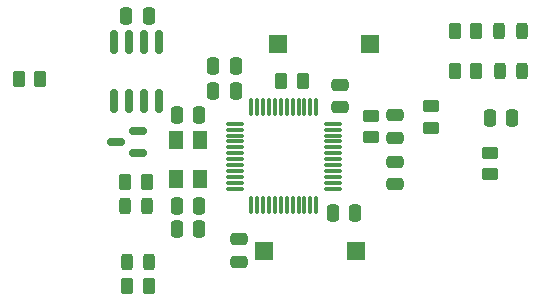
<source format=gbr>
%TF.GenerationSoftware,KiCad,Pcbnew,(6.0.2)*%
%TF.CreationDate,2022-11-21T22:20:46+01:00*%
%TF.ProjectId,CANap_,43414e61-70e9-42e6-9b69-6361645f7063,rev?*%
%TF.SameCoordinates,Original*%
%TF.FileFunction,Paste,Top*%
%TF.FilePolarity,Positive*%
%FSLAX46Y46*%
G04 Gerber Fmt 4.6, Leading zero omitted, Abs format (unit mm)*
G04 Created by KiCad (PCBNEW (6.0.2)) date 2022-11-21 22:20:46*
%MOMM*%
%LPD*%
G01*
G04 APERTURE LIST*
G04 Aperture macros list*
%AMRoundRect*
0 Rectangle with rounded corners*
0 $1 Rounding radius*
0 $2 $3 $4 $5 $6 $7 $8 $9 X,Y pos of 4 corners*
0 Add a 4 corners polygon primitive as box body*
4,1,4,$2,$3,$4,$5,$6,$7,$8,$9,$2,$3,0*
0 Add four circle primitives for the rounded corners*
1,1,$1+$1,$2,$3*
1,1,$1+$1,$4,$5*
1,1,$1+$1,$6,$7*
1,1,$1+$1,$8,$9*
0 Add four rect primitives between the rounded corners*
20,1,$1+$1,$2,$3,$4,$5,0*
20,1,$1+$1,$4,$5,$6,$7,0*
20,1,$1+$1,$6,$7,$8,$9,0*
20,1,$1+$1,$8,$9,$2,$3,0*%
G04 Aperture macros list end*
%ADD10RoundRect,0.250000X0.262500X0.450000X-0.262500X0.450000X-0.262500X-0.450000X0.262500X-0.450000X0*%
%ADD11RoundRect,0.250000X-0.450000X0.262500X-0.450000X-0.262500X0.450000X-0.262500X0.450000X0.262500X0*%
%ADD12RoundRect,0.250000X-0.262500X-0.450000X0.262500X-0.450000X0.262500X0.450000X-0.262500X0.450000X0*%
%ADD13RoundRect,0.250000X0.450000X-0.262500X0.450000X0.262500X-0.450000X0.262500X-0.450000X-0.262500X0*%
%ADD14RoundRect,0.243750X-0.243750X-0.456250X0.243750X-0.456250X0.243750X0.456250X-0.243750X0.456250X0*%
%ADD15RoundRect,0.250000X-0.250000X-0.475000X0.250000X-0.475000X0.250000X0.475000X-0.250000X0.475000X0*%
%ADD16RoundRect,0.250000X0.250000X0.475000X-0.250000X0.475000X-0.250000X-0.475000X0.250000X-0.475000X0*%
%ADD17RoundRect,0.250000X-0.475000X0.250000X-0.475000X-0.250000X0.475000X-0.250000X0.475000X0.250000X0*%
%ADD18RoundRect,0.250000X0.475000X-0.250000X0.475000X0.250000X-0.475000X0.250000X-0.475000X-0.250000X0*%
%ADD19RoundRect,0.075000X-0.662500X-0.075000X0.662500X-0.075000X0.662500X0.075000X-0.662500X0.075000X0*%
%ADD20RoundRect,0.075000X-0.075000X-0.662500X0.075000X-0.662500X0.075000X0.662500X-0.075000X0.662500X0*%
%ADD21R,1.500000X1.500000*%
%ADD22RoundRect,0.150000X-0.150000X0.825000X-0.150000X-0.825000X0.150000X-0.825000X0.150000X0.825000X0*%
%ADD23RoundRect,0.150000X0.587500X0.150000X-0.587500X0.150000X-0.587500X-0.150000X0.587500X-0.150000X0*%
%ADD24R,1.300000X1.600000*%
G04 APERTURE END LIST*
D10*
%TO.C,R9*%
X155662500Y-95150000D03*
X153837500Y-95150000D03*
%TD*%
%TO.C,R8*%
X155512500Y-86400000D03*
X153687500Y-86400000D03*
%TD*%
D11*
%TO.C,R7*%
X174500000Y-80787500D03*
X174500000Y-82612500D03*
%TD*%
D10*
%TO.C,R6*%
X168712500Y-77800000D03*
X166887500Y-77800000D03*
%TD*%
D12*
%TO.C,R5*%
X181587500Y-77000000D03*
X183412500Y-77000000D03*
%TD*%
%TO.C,R4*%
X181587500Y-73600000D03*
X183412500Y-73600000D03*
%TD*%
D11*
%TO.C,R3*%
X184600000Y-83887500D03*
X184600000Y-85712500D03*
%TD*%
D13*
%TO.C,R2*%
X179600000Y-81812500D03*
X179600000Y-79987500D03*
%TD*%
D12*
%TO.C,R1*%
X144677500Y-77640000D03*
X146502500Y-77640000D03*
%TD*%
D14*
%TO.C,D5*%
X153812500Y-93150000D03*
X155687500Y-93150000D03*
%TD*%
%TO.C,D4*%
X153662500Y-88400000D03*
X155537500Y-88400000D03*
%TD*%
%TO.C,D2*%
X185392500Y-76990000D03*
X187267500Y-76990000D03*
%TD*%
%TO.C,D1*%
X185362500Y-73600000D03*
X187237500Y-73600000D03*
%TD*%
D15*
%TO.C,C14*%
X158050000Y-90400000D03*
X159950000Y-90400000D03*
%TD*%
D16*
%TO.C,C13*%
X173150000Y-89000000D03*
X171250000Y-89000000D03*
%TD*%
D17*
%TO.C,C12*%
X171900000Y-78150000D03*
X171900000Y-80050000D03*
%TD*%
%TO.C,C11*%
X163300000Y-91250000D03*
X163300000Y-93150000D03*
%TD*%
D15*
%TO.C,C10*%
X161150000Y-78700000D03*
X163050000Y-78700000D03*
%TD*%
%TO.C,C9*%
X161150000Y-76600000D03*
X163050000Y-76600000D03*
%TD*%
D16*
%TO.C,C8*%
X159950000Y-88400000D03*
X158050000Y-88400000D03*
%TD*%
D15*
%TO.C,C7*%
X158050000Y-80700000D03*
X159950000Y-80700000D03*
%TD*%
%TO.C,C6*%
X184550000Y-81000000D03*
X186450000Y-81000000D03*
%TD*%
D17*
%TO.C,C5*%
X176500000Y-84650000D03*
X176500000Y-86550000D03*
%TD*%
D16*
%TO.C,C4*%
X155650000Y-72300000D03*
X153750000Y-72300000D03*
%TD*%
D18*
%TO.C,C3*%
X176500000Y-82650000D03*
X176500000Y-80750000D03*
%TD*%
D19*
%TO.C,U3*%
X162937500Y-81450000D03*
X162937500Y-81950000D03*
X162937500Y-82450000D03*
X162937500Y-82950000D03*
X162937500Y-83450000D03*
X162937500Y-83950000D03*
X162937500Y-84450000D03*
X162937500Y-84950000D03*
X162937500Y-85450000D03*
X162937500Y-85950000D03*
X162937500Y-86450000D03*
X162937500Y-86950000D03*
D20*
X164350000Y-88362500D03*
X164850000Y-88362500D03*
X165350000Y-88362500D03*
X165850000Y-88362500D03*
X166350000Y-88362500D03*
X166850000Y-88362500D03*
X167350000Y-88362500D03*
X167850000Y-88362500D03*
X168350000Y-88362500D03*
X168850000Y-88362500D03*
X169350000Y-88362500D03*
X169850000Y-88362500D03*
D19*
X171262500Y-86950000D03*
X171262500Y-86450000D03*
X171262500Y-85950000D03*
X171262500Y-85450000D03*
X171262500Y-84950000D03*
X171262500Y-84450000D03*
X171262500Y-83950000D03*
X171262500Y-83450000D03*
X171262500Y-82950000D03*
X171262500Y-82450000D03*
X171262500Y-81950000D03*
X171262500Y-81450000D03*
D20*
X169850000Y-80037500D03*
X169350000Y-80037500D03*
X168850000Y-80037500D03*
X168350000Y-80037500D03*
X167850000Y-80037500D03*
X167350000Y-80037500D03*
X166850000Y-80037500D03*
X166350000Y-80037500D03*
X165850000Y-80037500D03*
X165350000Y-80037500D03*
X164850000Y-80037500D03*
X164350000Y-80037500D03*
%TD*%
D21*
%TO.C,SW3*%
X174400000Y-74700000D03*
X166600000Y-74700000D03*
%TD*%
D22*
%TO.C,U2*%
X156570000Y-74550000D03*
X155300000Y-74550000D03*
X154030000Y-74550000D03*
X152760000Y-74550000D03*
X152760000Y-79500000D03*
X154030000Y-79500000D03*
X155300000Y-79500000D03*
X156570000Y-79500000D03*
%TD*%
D23*
%TO.C,D3*%
X154737500Y-83950000D03*
X154737500Y-82050000D03*
X152862500Y-83000000D03*
%TD*%
D21*
%TO.C,SW4*%
X173200000Y-92200000D03*
X165400000Y-92200000D03*
%TD*%
D24*
%TO.C,Y1*%
X158000000Y-82850000D03*
X158000000Y-86150000D03*
X160000000Y-86150000D03*
X160000000Y-82850000D03*
%TD*%
M02*

</source>
